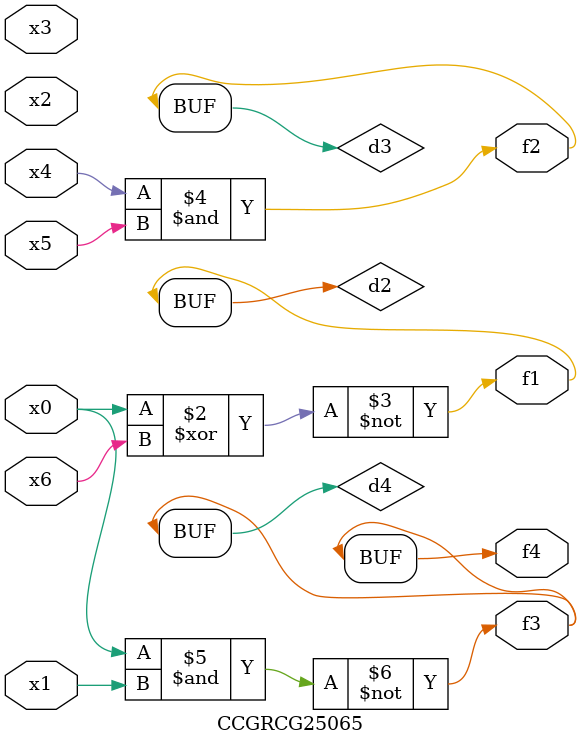
<source format=v>
module CCGRCG25065(
	input x0, x1, x2, x3, x4, x5, x6,
	output f1, f2, f3, f4
);

	wire d1, d2, d3, d4;

	nor (d1, x0);
	xnor (d2, x0, x6);
	and (d3, x4, x5);
	nand (d4, x0, x1);
	assign f1 = d2;
	assign f2 = d3;
	assign f3 = d4;
	assign f4 = d4;
endmodule

</source>
